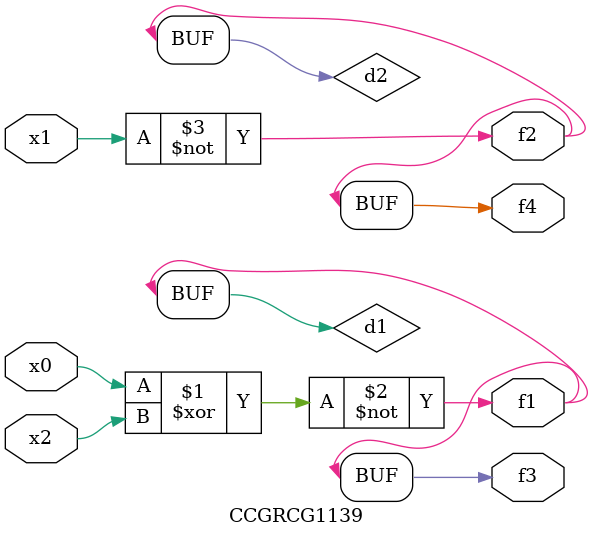
<source format=v>
module CCGRCG1139(
	input x0, x1, x2,
	output f1, f2, f3, f4
);

	wire d1, d2, d3;

	xnor (d1, x0, x2);
	nand (d2, x1);
	nor (d3, x1, x2);
	assign f1 = d1;
	assign f2 = d2;
	assign f3 = d1;
	assign f4 = d2;
endmodule

</source>
